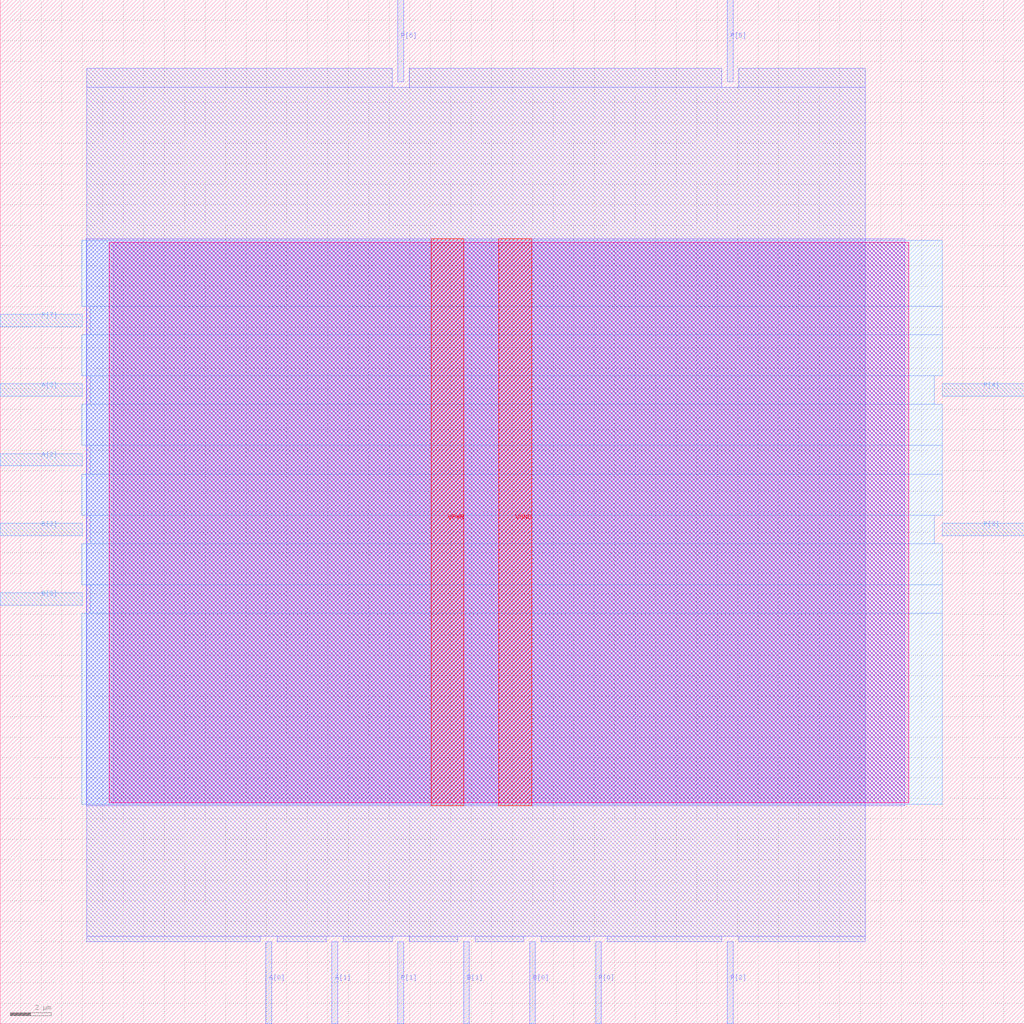
<source format=lef>
VERSION 5.7 ;
  NOWIREEXTENSIONATPIN ON ;
  DIVIDERCHAR "/" ;
  BUSBITCHARS "[]" ;
MACRO mult4_SARSANPASOS_VENTAJA_RUIDO_e8_SARSA_RUIDO_e9_SARSA_RUIDO_e9_SARSA_RUIDO_e9
  CLASS BLOCK ;
  FOREIGN mult4_SARSANPASOS_VENTAJA_RUIDO_e8_SARSA_RUIDO_e9_SARSA_RUIDO_e9_SARSA_RUIDO_e9 ;
  ORIGIN 0.000 0.000 ;
  SIZE 50.000 BY 50.000 ;
  PIN A[0]
    DIRECTION INPUT ;
    USE SIGNAL ;
    ANTENNAGATEAREA 0.196500 ;
    PORT
      LAYER met2 ;
        RECT 12.970 0.000 13.250 4.000 ;
    END
  END A[0]
  PIN A[1]
    DIRECTION INPUT ;
    USE SIGNAL ;
    ANTENNAGATEAREA 0.196500 ;
    PORT
      LAYER met2 ;
        RECT 16.190 0.000 16.470 4.000 ;
    END
  END A[1]
  PIN A[2]
    DIRECTION INPUT ;
    USE SIGNAL ;
    ANTENNAGATEAREA 0.126000 ;
    PORT
      LAYER met3 ;
        RECT 0.000 27.240 4.000 27.840 ;
    END
  END A[2]
  PIN A[3]
    DIRECTION INPUT ;
    USE SIGNAL ;
    ANTENNAGATEAREA 0.196500 ;
    PORT
      LAYER met3 ;
        RECT 0.000 30.640 4.000 31.240 ;
    END
  END A[3]
  PIN B[0]
    DIRECTION INPUT ;
    USE SIGNAL ;
    ANTENNAGATEAREA 0.196500 ;
    PORT
      LAYER met2 ;
        RECT 25.850 0.000 26.130 4.000 ;
    END
  END B[0]
  PIN B[1]
    DIRECTION INPUT ;
    USE SIGNAL ;
    ANTENNAGATEAREA 0.196500 ;
    PORT
      LAYER met2 ;
        RECT 22.630 0.000 22.910 4.000 ;
    END
  END B[1]
  PIN B[2]
    DIRECTION INPUT ;
    USE SIGNAL ;
    ANTENNAGATEAREA 0.196500 ;
    PORT
      LAYER met3 ;
        RECT 0.000 23.840 4.000 24.440 ;
    END
  END B[2]
  PIN B[3]
    DIRECTION INPUT ;
    USE SIGNAL ;
    ANTENNAGATEAREA 0.213000 ;
    PORT
      LAYER met3 ;
        RECT 0.000 20.440 4.000 21.040 ;
    END
  END B[3]
  PIN P[0]
    DIRECTION OUTPUT ;
    USE SIGNAL ;
    ANTENNADIFFAREA 0.445500 ;
    PORT
      LAYER met2 ;
        RECT 29.070 0.000 29.350 4.000 ;
    END
  END P[0]
  PIN P[1]
    DIRECTION OUTPUT ;
    USE SIGNAL ;
    ANTENNADIFFAREA 0.445500 ;
    PORT
      LAYER met2 ;
        RECT 19.410 0.000 19.690 4.000 ;
    END
  END P[1]
  PIN P[2]
    DIRECTION OUTPUT ;
    USE SIGNAL ;
    ANTENNADIFFAREA 0.445500 ;
    PORT
      LAYER met2 ;
        RECT 35.510 0.000 35.790 4.000 ;
    END
  END P[2]
  PIN P[3]
    DIRECTION OUTPUT ;
    USE SIGNAL ;
    ANTENNADIFFAREA 0.445500 ;
    PORT
      LAYER met3 ;
        RECT 46.000 23.840 50.000 24.440 ;
    END
  END P[3]
  PIN P[4]
    DIRECTION OUTPUT ;
    USE SIGNAL ;
    ANTENNADIFFAREA 0.445500 ;
    PORT
      LAYER met3 ;
        RECT 46.000 30.640 50.000 31.240 ;
    END
  END P[4]
  PIN P[5]
    DIRECTION OUTPUT ;
    USE SIGNAL ;
    ANTENNADIFFAREA 0.445500 ;
    PORT
      LAYER met2 ;
        RECT 35.510 46.000 35.790 50.000 ;
    END
  END P[5]
  PIN P[6]
    DIRECTION OUTPUT ;
    USE SIGNAL ;
    ANTENNADIFFAREA 0.445500 ;
    PORT
      LAYER met2 ;
        RECT 19.410 46.000 19.690 50.000 ;
    END
  END P[6]
  PIN P[7]
    DIRECTION OUTPUT ;
    USE SIGNAL ;
    ANTENNADIFFAREA 0.445500 ;
    PORT
      LAYER met3 ;
        RECT 0.000 34.040 4.000 34.640 ;
    END
  END P[7]
  PIN VGND
    DIRECTION INOUT ;
    USE GROUND ;
    PORT
      LAYER met4 ;
        RECT 24.340 10.640 25.940 38.320 ;
    END
  END VGND
  PIN VPWR
    DIRECTION INOUT ;
    USE POWER ;
    PORT
      LAYER met4 ;
        RECT 21.040 10.640 22.640 38.320 ;
    END
  END VPWR
  OBS
      LAYER nwell ;
        RECT 5.330 10.795 44.350 38.165 ;
      LAYER li1 ;
        RECT 5.520 10.795 44.160 38.165 ;
      LAYER met1 ;
        RECT 4.210 10.640 44.160 38.320 ;
      LAYER met2 ;
        RECT 4.230 45.720 19.130 46.650 ;
        RECT 19.970 45.720 35.230 46.650 ;
        RECT 36.070 45.720 42.230 46.650 ;
        RECT 4.230 4.280 42.230 45.720 ;
        RECT 4.230 4.000 12.690 4.280 ;
        RECT 13.530 4.000 15.910 4.280 ;
        RECT 16.750 4.000 19.130 4.280 ;
        RECT 19.970 4.000 22.350 4.280 ;
        RECT 23.190 4.000 25.570 4.280 ;
        RECT 26.410 4.000 28.790 4.280 ;
        RECT 29.630 4.000 35.230 4.280 ;
        RECT 36.070 4.000 42.230 4.280 ;
      LAYER met3 ;
        RECT 3.990 35.040 46.000 38.245 ;
        RECT 4.400 33.640 46.000 35.040 ;
        RECT 3.990 31.640 46.000 33.640 ;
        RECT 4.400 30.240 45.600 31.640 ;
        RECT 3.990 28.240 46.000 30.240 ;
        RECT 4.400 26.840 46.000 28.240 ;
        RECT 3.990 24.840 46.000 26.840 ;
        RECT 4.400 23.440 45.600 24.840 ;
        RECT 3.990 21.440 46.000 23.440 ;
        RECT 4.400 20.040 46.000 21.440 ;
        RECT 3.990 10.715 46.000 20.040 ;
  END
END mult4_SARSANPASOS_VENTAJA_RUIDO_e8_SARSA_RUIDO_e9_SARSA_RUIDO_e9_SARSA_RUIDO_e9
END LIBRARY


</source>
